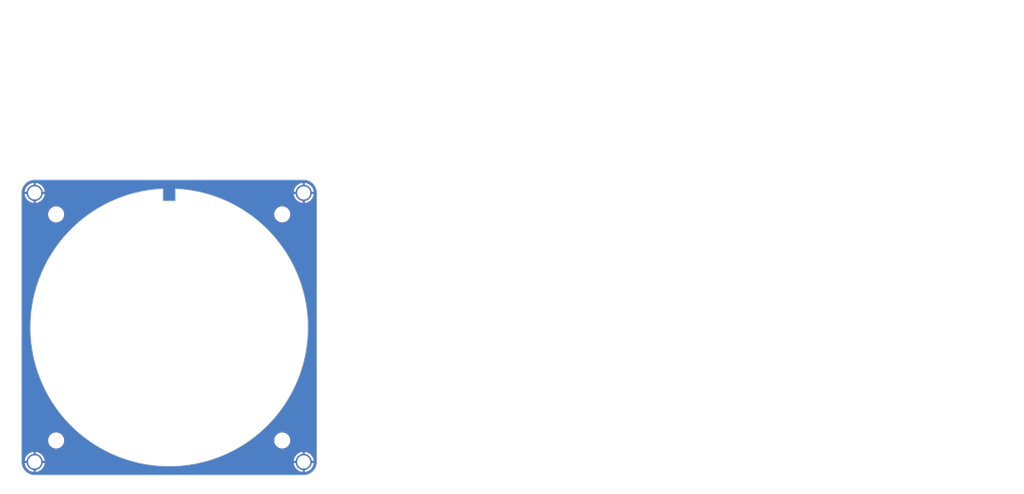
<source format=kicad_pcb>
(kicad_pcb (version 20241229) (generator "pcbnew") (generator_version "9.0")
  (layers (0 "F.Cu" signal) (2 "B.Cu" signal) (13 "F.Paste" user) (15 "B.Paste" user) (5 "F.SilkS" user "F.Silkscreen") (7 "B.SilkS" user "B.Silkscreen") (1 "F.Mask" user) (3 "B.Mask" user) (25 "Edge.Cuts" user))
  (net 0 "")
  (net 1 "GND")
  (footprint "MountingHole:MountingHole_2.2mm_M2" (layer "F.Cu") (at 82.175 99.4)
    (property "Reference" "H4" (hide yes))
    (property "Value" "M2")
    (pad "" np_thru_hole circle (at 0 0) (size 2.2 2.2) (drill 2.2) (layers "*.Cu" "*.Mask"))
  )
  (footprint "DreaM117er-keebLibrary:MountingHole_2.2mm_M2_Nut_THT" (layer "F.Cu") (at 85.775 57.886 45)
    (property "Reference" "H10")
    (property "Value" "M2" (hide yes))
    (pad "1" thru_hole circle (at 0 0 45) (size 2.7 2.7) (drill 2.2) (layers "*.Cu") (net 1 "GND"))
  )
  (footprint "MountingHole:MountingHole_2.2mm_M2" (layer "F.Cu") (at 44.261 61.486)
    (property "Reference" "H1" (hide yes))
    (property "Value" "M2")
    (pad "" np_thru_hole circle (at 0 0) (size 2.2 2.2) (drill 2.2) (layers "*.Cu" "*.Mask"))
  )
  (footprint "MountingHole:MountingHole_2.2mm_M2" (layer "F.Cu") (at 44.261 99.4)
    (property "Reference" "H2" (hide yes))
    (property "Value" "M2")
    (pad "" np_thru_hole circle (at 0 0) (size 2.2 2.2) (drill 2.2) (layers "*.Cu" "*.Mask"))
  )
  (footprint "MountingHole:MountingHole_2.2mm_M2" (layer "F.Cu") (at 82.175 61.486)
    (property "Reference" "H3" (hide yes))
    (property "Value" "M2")
    (pad "" np_thru_hole circle (at 0 0) (size 2.2 2.2) (drill 2.2) (layers "*.Cu" "*.Mask"))
  )
  (footprint "DreaM117er-keebLibrary:MountingHole_2.2mm_M2_Nut_THT" (layer "F.Cu") (at 40.661 103 -135)
    (property "Reference" "H9")
    (property "Value" "M2" (hide yes))
    (pad "1" thru_hole circle (at 0 0 225) (size 2.7 2.7) (drill 2.2) (layers "*.Cu") (net 1 "GND"))
  )
  (footprint "DreaM117er-keebLibrary:Trackpad_Cirque_TM040040" (layer "F.Cu") (at 63.218 80.443 -90)
    (property "Reference" "H5" (hide yes))
    (property "Value" "TM040040")
  )
  (footprint "DreaM117er-keebLibrary:MountingHole_2.2mm_M2_Nut_THT" (layer "F.Cu") (at 40.661 57.886 135)
    (property "Reference" "H8")
    (property "Value" "M2" (hide yes))
    (pad "1" thru_hole circle (at 0 0 135) (size 2.7 2.7) (drill 2.2) (layers "*.Cu") (net 1 "GND"))
  )
  (footprint "DreaM117er-keebLibrary:MountingHole_2.2mm_M2_Nut_THT" (layer "F.Cu") (at 85.775 103 135)
    (property "Reference" "H11")
    (property "Value" "M2" (hide yes))
    (pad "1" thru_hole circle (at 0 0 135) (size 2.7 2.7) (drill 2.2) (layers "*.Cu") (net 1 "GND"))
  )
  (gr_line (start 64.268 59.243) (end 64.268 57.202) (stroke (width 0.1)) (layer "Edge.Cuts"))
  (gr_arc (start 87.975 103) (mid 87.330635 104.555635) (end 85.775 105.2) (stroke (width 0.1)) (layer "Edge.Cuts"))
  (gr_arc (start 64.268 57.202) (mid 63.218 103.707707) (end 62.168 57.202) (stroke (width 0.1)) (layer "Edge.Cuts"))
  (gr_arc (start 85.775 55.686) (mid 87.330635 56.330365) (end 87.975 57.886) (stroke (width 0.1)) (layer "Edge.Cuts"))
  (gr_line (start 62.168 59.243) (end 64.268 59.243) (stroke (width 0.1)) (layer "Edge.Cuts"))
  (gr_arc (start 40.661 105.2) (mid 39.105365 104.555635) (end 38.461 103) (stroke (width 0.1)) (layer "Edge.Cuts"))
  (gr_line (start 40.661 55.686) (end 85.775 55.686) (stroke (width 0.1)) (layer "Edge.Cuts"))
  (gr_line (start 62.168 59.243) (end 62.168 57.202) (stroke (width 0.1)) (layer "Edge.Cuts"))
  (gr_line (start 40.661 105.2) (end 85.775 105.2) (stroke (width 0.1)) (layer "Edge.Cuts"))
  (gr_line (start 87.975 103) (end 87.975 57.886) (stroke (width 0.1)) (layer "Edge.Cuts"))
  (gr_arc (start 38.461 57.886) (mid 39.105365 56.330365) (end 40.661 55.686) (stroke (width 0.1)) (layer "Edge.Cuts"))
  (gr_line (start 38.461 103) (end 38.461 57.886) (stroke (width 0.1)) (layer "Edge.Cuts"))
  (zone (net 1) (net_name "GND") (layers "F.Cu" "B.Cu") (connect_pads (clearance 0.25)) (min_thickness 0.25) (fill yes (thermal_gap 0.35) (thermal_bridge_width 0.35) (island_removal_mode 1) (island_area_min 10))
    (polygon (pts (xy 34.85 25.54) (xy 34.85 108.17) (xy 206.22 108.4) (xy 206.56 25.66)))
  )
)
</source>
